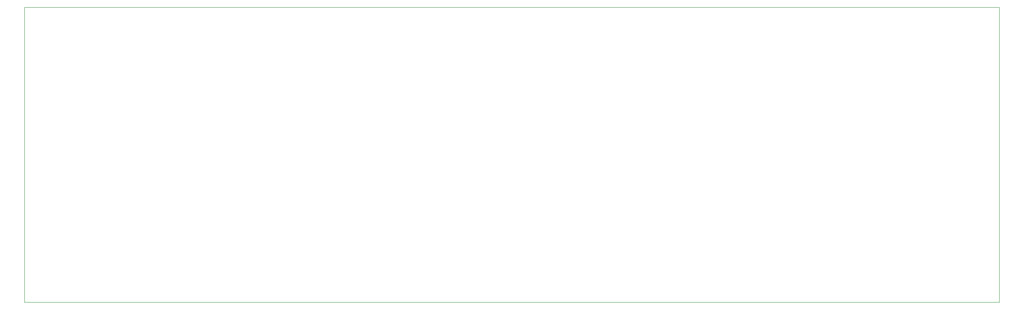
<source format=gko>
G04 #@! TF.FileFunction,Profile,NP*
%FSLAX46Y46*%
G04 Gerber Fmt 4.6, Leading zero omitted, Abs format (unit mm)*
G04 Created by KiCad (PCBNEW 4.0.2-stable) date Monday, June 06, 2016 'PMt' 04:27:19 PM*
%MOMM*%
G01*
G04 APERTURE LIST*
%ADD10C,0.150000*%
G04 APERTURE END LIST*
D10*
X438000000Y-19000000D02*
X28500000Y-19000000D01*
X438000000Y-143000000D02*
X438000000Y-19000000D01*
X28500000Y-143000000D02*
X438000000Y-143000000D01*
X28500000Y-19000000D02*
X28500000Y-143000000D01*
M02*

</source>
